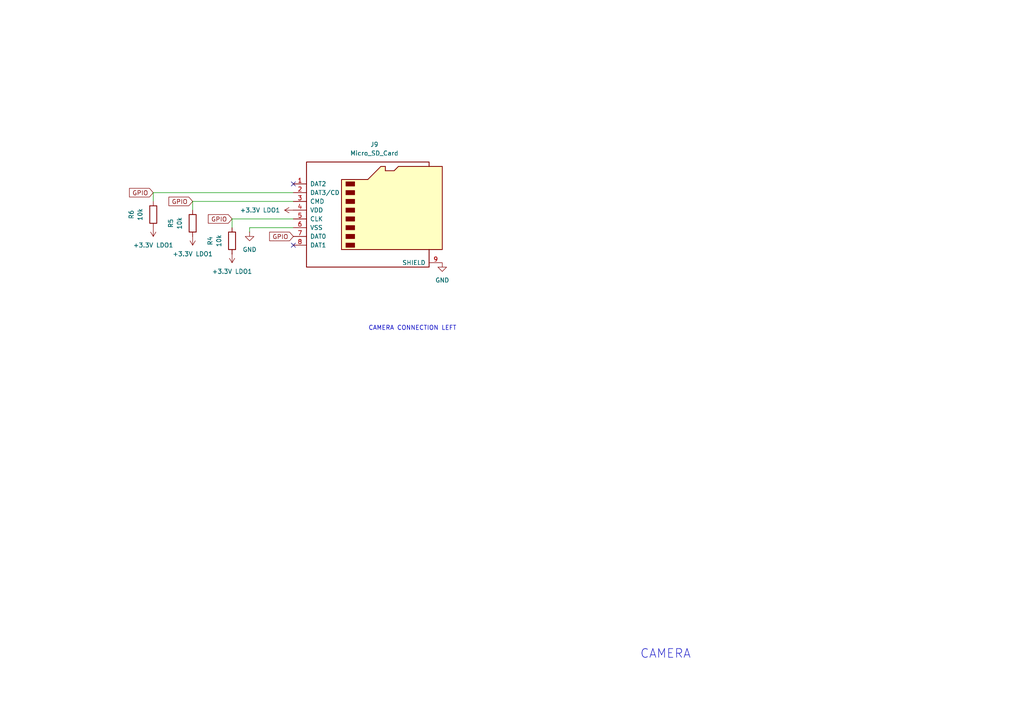
<source format=kicad_sch>
(kicad_sch (version 20250114) (generator "eeschema") (generator_version "9.0")
  (paper "A4")
  (lib_symbols
    (symbol "Connector:Micro_SD_Card" (pin_names (offset 1.016))
      (property "Reference" "J" (at -16.51 15.24 0))
      (property "Value" "Micro_SD_Card" (at 16.51 15.24 0))
      (symbol "Micro_SD_Card_0_1"
        (polyline (pts (xy -8.89 -11.43) (xy -8.89 8.89) (xy -1.27 8.89) (xy 2.54 12.7) (xy 3.81 12.7) (xy 3.81 11.43) (xy 6.35 11.43) (xy 7.62 12.7) (xy 20.32 12.7) (xy 20.32 -11.43) (xy -8.89 -11.43)) (stroke (width 0.254)) (fill (type background)))
        (rectangle (start -7.62 8.255) (end -5.08 6.985) (fill (type outline)))
        (rectangle (start -7.62 5.715) (end -5.08 4.445) (fill (type outline)))
        (rectangle (start -7.62 3.175) (end -5.08 1.905) (fill (type outline)))
        (rectangle (start -7.62 0.635) (end -5.08 -0.635) (fill (type outline)))
        (rectangle (start -7.62 -1.905) (end -5.08 -3.175) (fill (type outline)))
        (rectangle (start -7.62 -4.445) (end -5.08 -5.715) (fill (type outline)))
        (rectangle (start -7.62 -6.985) (end -5.08 -8.255) (fill (type outline)))
        (rectangle (start -7.62 -9.525) (end -5.08 -10.795) (fill (type outline)))
        (polyline (pts (xy 16.51 12.7) (xy 16.51 13.97) (xy -19.05 13.97) (xy -19.05 -16.51) (xy 16.51 -16.51) (xy 16.51 -11.43)) (stroke (width 0.254)))
      )
      (symbol "Micro_SD_Card_1_1"
        (pin bidirectional line (at -22.86 7.62 0) (length 3.81) (name "DAT2") (number "1"))
        (pin bidirectional line (at -22.86 5.08 0) (length 3.81) (name "DAT3/CD") (number "2"))
        (pin input line (at -22.86 2.54 0) (length 3.81) (name "CMD") (number "3"))
        (pin power_in line (at -22.86 0 0) (length 3.81) (name "VDD") (number "4"))
        (pin input line (at -22.86 -2.54 0) (length 3.81) (name "CLK") (number "5"))
        (pin power_in line (at -22.86 -5.08 0) (length 3.81) (name "VSS") (number "6"))
        (pin bidirectional line (at -22.86 -7.62 0) (length 3.81) (name "DAT0") (number "7"))
        (pin bidirectional line (at -22.86 -10.16 0) (length 3.81) (name "DAT1") (number "8"))
        (pin passive line (at 20.32 -15.24 180) (length 3.81) (name "SHIELD") (number "9"))
      )
    )
    (symbol "Device:R" (pin_numbers (hide yes)) (pin_names (offset 0))
      (property "Reference" "R" (at 2.032 0 90))
      (property "Value" "R" (at 0 0 90))
      (symbol "R_0_1"
        (rectangle (start -1.016 -2.54) (end 1.016 2.54) (stroke (width 0.254)))
      )
      (symbol "R_1_1"
        (pin passive line (at 0 3.81 270) (length 1.27) (name "~") (number "1"))
        (pin passive line (at 0 -3.81 90) (length 1.27) (name "~") (number "2"))
      )
    )
    (symbol "power:+3.3V" (power) (pin_numbers (hide yes)) (pin_names (offset 0) (hide yes))
      (property "Value" "+3.3V" (at 0 3.556 0))
      (symbol "+3.3V_0_1"
        (polyline (pts (xy -0.762 1.27) (xy 0 2.54)))
        (polyline (pts (xy 0 2.54) (xy 0.762 1.27)))
        (polyline (pts (xy 0 0) (xy 0 2.54)))
      )
      (symbol "+3.3V_1_1"
        (pin power_in line (at 0 0 90) (length 0) (name "~") (number "1"))
      )
    )
    (symbol "power:GND" (power) (pin_numbers (hide yes)) (pin_names (offset 0) (hide yes))
      (property "Value" "GND" (at 0 -3.81 0))
      (symbol "GND_0_1"
        (polyline (pts (xy 0 0) (xy 0 -1.27) (xy 1.27 -1.27) (xy 0 -2.54) (xy -1.27 -1.27) (xy 0 -1.27)))
      )
      (symbol "GND_1_1"
        (pin power_in line (at 0 0 270) (length 0) (name "~") (number "1"))
      )
    )
  )
  (text "CAMERA" (at 193.04 189.738 0) (effects (font (size 2.54 2.54))))
  (text "CAMERA CONNECTION LEFT\n" (at 119.634 95.25 0) (effects (font (size 1.27 1.27))))
  (no_connect (at 85.09 53.34))
  (no_connect (at 85.09 71.12))
  (wire (pts (xy 72.39 66.04) (xy 85.09 66.04)))
  (wire (pts (xy 72.39 67.31) (xy 72.39 66.04)))
  (wire (pts (xy 55.88 60.96) (xy 55.88 58.42)))
  (wire (pts (xy 67.31 63.5) (xy 85.09 63.5)))
  (wire (pts (xy 67.31 66.04) (xy 67.31 63.5)))
  (wire (pts (xy 44.45 55.88) (xy 85.09 55.88)))
  (wire (pts (xy 44.45 58.42) (xy 44.45 55.88)))
  (wire (pts (xy 55.88 58.42) (xy 85.09 58.42)))
  (global_label "GPIO" (shape input) (at 55.88 58.42 180) (property "Intersheetrefs" "${INTERSHEET_REFS}" (effects (hide yes))))
  (global_label "GPIO" (shape input) (at 85.09 68.58 180) (property "Intersheetrefs" "${INTERSHEET_REFS}" (effects (hide yes))))
  (global_label "GPIO" (shape input) (at 67.31 63.5 180) (property "Intersheetrefs" "${INTERSHEET_REFS}" (effects (hide yes))))
  (global_label "GPIO" (shape input) (at 44.45 55.88 180) (property "Intersheetrefs" "${INTERSHEET_REFS}" (effects (hide yes))))
  (symbol (lib_id "Connector:Micro_SD_Card") (at 107.95 60.96 0) (unit 1)
    (property "Reference" "J9" (at 108.585 41.91 0))
    (property "Value" "Micro_SD_Card" (at 108.585 44.45 0))
    (property "Footprint" "Connector_Card:microSD_HC_Wuerth_693072010801" (effects (hide yes)))
    (property "Datasheet" "https://www.we-online.com/components/products/datasheet/693072010801.pdf" (effects (hide yes)))
    (property "Description" "Micro SD Card Socket" (effects (hide yes)))
  )
  (symbol (lib_id "power:+3.3V") (at 55.88 68.58 180) (unit 1)
    (property "Reference" "#PWR051" (effects (hide yes)))
    (property "Value" "+3.3V LDO1" (at 55.88 73.66 0))
    (property "Description" "Power symbol creates a global label with name \"+3.3V\"" (effects (hide yes)))
  )
  (symbol (lib_id "power:+3.3V") (at 44.45 66.04 180) (unit 1)
    (property "Reference" "#PWR011" (effects (hide yes)))
    (property "Value" "+3.3V LDO1" (at 44.45 71.12 0))
    (property "Description" "Power symbol creates a global label with name \"+3.3V\"" (effects (hide yes)))
  )
  (symbol (lib_id "Device:R") (at 67.31 69.85 180) (unit 1)
    (property "Reference" "R4" (at 60.96 69.85 90))
    (property "Value" "10k" (at 63.5 69.85 90))
    (property "Footprint" "Resistor_SMD:R_0603_1608Metric_Pad0.98x0.95mm_HandSolder" (effects (hide yes)))
    (property "Description" "Resistor" (effects (hide yes)))
  )
  (symbol (lib_id "power:GND") (at 72.39 67.31 0) (unit 1)
    (property "Reference" "#PWR07" (effects (hide yes)))
    (property "Value" "GND" (at 72.39 72.39 0))
    (property "Description" "Power symbol creates a global label with name \"GND\" , ground" (effects (hide yes)))
  )
  (symbol (lib_id "power:+3.3V") (at 67.31 73.66 180) (unit 1)
    (property "Reference" "#PWR052" (effects (hide yes)))
    (property "Value" "+3.3V LDO1" (at 67.31 78.74 0))
    (property "Description" "Power symbol creates a global label with name \"+3.3V\"" (effects (hide yes)))
  )
  (symbol (lib_id "Device:R") (at 55.88 64.77 180) (unit 1)
    (property "Reference" "R5" (at 49.53 64.77 90))
    (property "Value" "10k" (at 52.07 64.77 90))
    (property "Footprint" "Resistor_SMD:R_0603_1608Metric_Pad0.98x0.95mm_HandSolder" (effects (hide yes)))
    (property "Description" "Resistor" (effects (hide yes)))
  )
  (symbol (lib_id "power:GND") (at 128.27 76.2 0) (unit 1)
    (property "Reference" "#PWR012" (effects (hide yes)))
    (property "Value" "GND" (at 128.27 81.28 0))
    (property "Description" "Power symbol creates a global label with name \"GND\" , ground" (effects (hide yes)))
  )
  (symbol (lib_id "power:+3.3V") (at 85.09 60.96 90) (unit 1)
    (property "Reference" "#PWR09" (effects (hide yes)))
    (property "Value" "+3.3V LDO1" (at 81.28 60.9599 90) (effects (justify left)))
    (property "Description" "Power symbol creates a global label with name \"+3.3V\"" (effects (hide yes)))
  )
  (symbol (lib_id "Device:R") (at 44.45 62.23 180) (unit 1)
    (property "Reference" "R6" (at 38.1 62.23 90))
    (property "Value" "10k" (at 40.64 62.23 90))
    (property "Footprint" "Resistor_SMD:R_0603_1608Metric_Pad0.98x0.95mm_HandSolder" (effects (hide yes)))
    (property "Description" "Resistor" (effects (hide yes)))
  )
)
</source>
